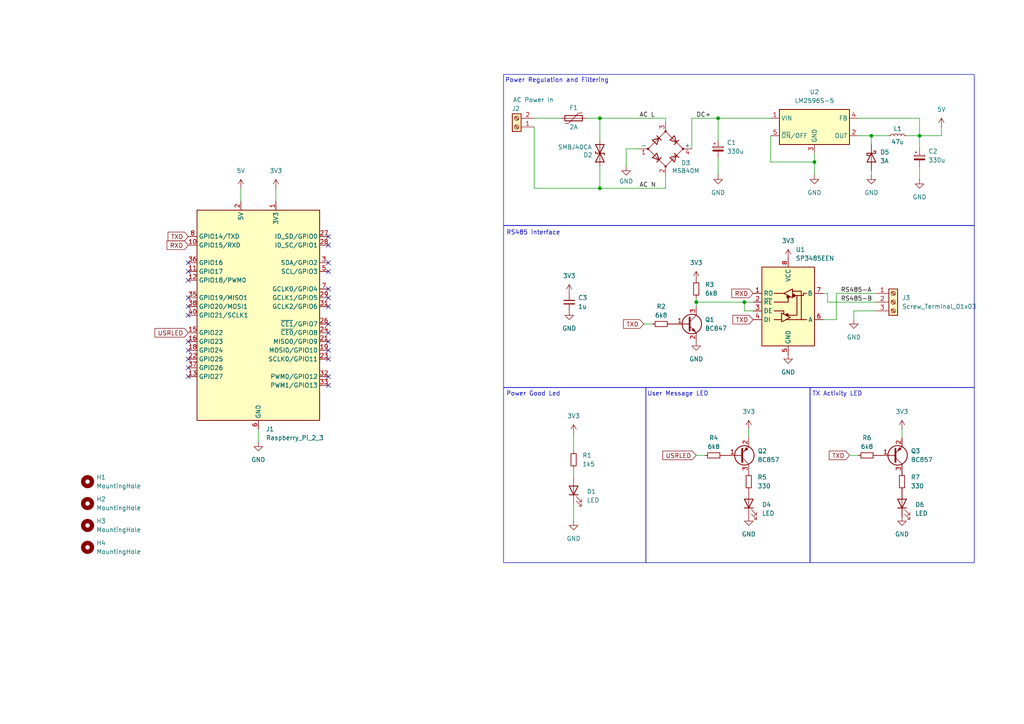
<source format=kicad_sch>
(kicad_sch (version 20231120) (generator "eeschema") (generator_version "8.0")
  (paper "A4")
  (title_block (title "Raspberry 485 Power Hat") (date "2024-03-03") (rev "2.0") (company "Provvedo LLC") (comment 1 "Stefano Bertelli") (comment 2 "bartei81@gmail.com"))
  (lib_symbols
    (symbol "Connector:Raspberry_Pi_2_3"
      (property "Reference" "J" (at -17.78 31.75 0))
      (property "Value" "Raspberry_Pi_2_3" (at 10.16 -31.75 0))
      (symbol "Raspberry_Pi_2_3_0_1"
        (rectangle (start -17.78 30.48) (end 17.78 -30.48) (stroke (width 0.254)) (fill (type background)))
      )
      (symbol "Raspberry_Pi_2_3_1_1"
        (pin power_in line (at 5.08 33.02 270) (length 2.54) (name "3V3") (number "1"))
        (pin bidirectional line (at -20.32 20.32 0) (length 2.54) (name "GPIO15/RXD") (number "10"))
        (pin bidirectional line (at -20.32 12.7 0) (length 2.54) (name "GPIO17") (number "11"))
        (pin bidirectional line (at -20.32 10.16 0) (length 2.54) (name "GPIO18/PWM0") (number "12"))
        (pin bidirectional line (at -20.32 -17.78 0) (length 2.54) (name "GPIO27") (number "13"))
        (pin passive line (at 0 -33.02 90) (length 2.54) hide (name "GND") (number "14"))
        (pin bidirectional line (at -20.32 -5.08 0) (length 2.54) (name "GPIO22") (number "15"))
        (pin bidirectional line (at -20.32 -7.62 0) (length 2.54) (name "GPIO23") (number "16"))
        (pin passive line (at 5.08 33.02 270) (length 2.54) hide (name "3V3") (number "17"))
        (pin bidirectional line (at -20.32 -10.16 0) (length 2.54) (name "GPIO24") (number "18"))
        (pin bidirectional line (at 20.32 -10.16 180) (length 2.54) (name "MOSI0/GPIO10") (number "19"))
        (pin power_in line (at -5.08 33.02 270) (length 2.54) (name "5V") (number "2"))
        (pin passive line (at 0 -33.02 90) (length 2.54) hide (name "GND") (number "20"))
        (pin bidirectional line (at 20.32 -7.62 180) (length 2.54) (name "MISO0/GPIO9") (number "21"))
        (pin bidirectional line (at -20.32 -12.7 0) (length 2.54) (name "GPIO25") (number "22"))
        (pin bidirectional line (at 20.32 -12.7 180) (length 2.54) (name "SCLK0/GPIO11") (number "23"))
        (pin bidirectional line (at 20.32 -5.08 180) (length 2.54) (name "~{CE0}/GPIO8") (number "24"))
        (pin passive line (at 0 -33.02 90) (length 2.54) hide (name "GND") (number "25"))
        (pin bidirectional line (at 20.32 -2.54 180) (length 2.54) (name "~{CE1}/GPIO7") (number "26"))
        (pin bidirectional line (at 20.32 22.86 180) (length 2.54) (name "ID_SD/GPIO0") (number "27"))
        (pin bidirectional line (at 20.32 20.32 180) (length 2.54) (name "ID_SC/GPIO1") (number "28"))
        (pin bidirectional line (at 20.32 5.08 180) (length 2.54) (name "GCLK1/GPIO5") (number "29"))
        (pin bidirectional line (at 20.32 15.24 180) (length 2.54) (name "SDA/GPIO2") (number "3"))
        (pin passive line (at 0 -33.02 90) (length 2.54) hide (name "GND") (number "30"))
        (pin bidirectional line (at 20.32 2.54 180) (length 2.54) (name "GCLK2/GPIO6") (number "31"))
        (pin bidirectional line (at 20.32 -17.78 180) (length 2.54) (name "PWM0/GPIO12") (number "32"))
        (pin bidirectional line (at 20.32 -20.32 180) (length 2.54) (name "PWM1/GPIO13") (number "33"))
        (pin passive line (at 0 -33.02 90) (length 2.54) hide (name "GND") (number "34"))
        (pin bidirectional line (at -20.32 5.08 0) (length 2.54) (name "GPIO19/MISO1") (number "35"))
        (pin bidirectional line (at -20.32 15.24 0) (length 2.54) (name "GPIO16") (number "36"))
        (pin bidirectional line (at -20.32 -15.24 0) (length 2.54) (name "GPIO26") (number "37"))
        (pin bidirectional line (at -20.32 2.54 0) (length 2.54) (name "GPIO20/MOSI1") (number "38"))
        (pin passive line (at 0 -33.02 90) (length 2.54) hide (name "GND") (number "39"))
        (pin passive line (at -5.08 33.02 270) (length 2.54) hide (name "5V") (number "4"))
        (pin bidirectional line (at -20.32 0 0) (length 2.54) (name "GPIO21/SCLK1") (number "40"))
        (pin bidirectional line (at 20.32 12.7 180) (length 2.54) (name "SCL/GPIO3") (number "5"))
        (pin power_in line (at 0 -33.02 90) (length 2.54) (name "GND") (number "6"))
        (pin bidirectional line (at 20.32 7.62 180) (length 2.54) (name "GCLK0/GPIO4") (number "7"))
        (pin bidirectional line (at -20.32 22.86 0) (length 2.54) (name "GPIO14/TXD") (number "8"))
        (pin passive line (at 0 -33.02 90) (length 2.54) hide (name "GND") (number "9"))
      )
    )
    (symbol "Connector:Screw_Terminal_01x02" (pin_names (offset 1.016) hide)
      (property "Reference" "J" (at 0 2.54 0))
      (property "Value" "Screw_Terminal_01x02" (at 0 -5.08 0))
      (symbol "Screw_Terminal_01x02_1_1"
        (rectangle (start -1.27 1.27) (end 1.27 -3.81) (stroke (width 0.254)) (fill (type background)))
        (circle (center 0 -2.54) (radius 0.635) (stroke (width 0.1524)))
        (polyline (pts (xy -0.5334 -2.2098) (xy 0.3302 -3.048)) (stroke (width 0.1524)))
        (polyline (pts (xy -0.5334 0.3302) (xy 0.3302 -0.508)) (stroke (width 0.1524)))
        (polyline (pts (xy -0.3556 -2.032) (xy 0.508 -2.8702)) (stroke (width 0.1524)))
        (polyline (pts (xy -0.3556 0.508) (xy 0.508 -0.3302)) (stroke (width 0.1524)))
        (circle (center 0 0) (radius 0.635) (stroke (width 0.1524)))
        (pin passive line (at -5.08 0 0) (length 3.81) (name "Pin_1") (number "1"))
        (pin passive line (at -5.08 -2.54 0) (length 3.81) (name "Pin_2") (number "2"))
      )
    )
    (symbol "Connector:Screw_Terminal_01x03" (pin_names (offset 1.016) hide)
      (property "Reference" "J" (at 0 5.08 0))
      (property "Value" "Screw_Terminal_01x03" (at 0 -5.08 0))
      (symbol "Screw_Terminal_01x03_1_1"
        (rectangle (start -1.27 3.81) (end 1.27 -3.81) (stroke (width 0.254)) (fill (type background)))
        (circle (center 0 -2.54) (radius 0.635) (stroke (width 0.1524)))
        (polyline (pts (xy -0.5334 -2.2098) (xy 0.3302 -3.048)) (stroke (width 0.1524)))
        (polyline (pts (xy -0.5334 0.3302) (xy 0.3302 -0.508)) (stroke (width 0.1524)))
        (polyline (pts (xy -0.5334 2.8702) (xy 0.3302 2.032)) (stroke (width 0.1524)))
        (polyline (pts (xy -0.3556 -2.032) (xy 0.508 -2.8702)) (stroke (width 0.1524)))
        (polyline (pts (xy -0.3556 0.508) (xy 0.508 -0.3302)) (stroke (width 0.1524)))
        (polyline (pts (xy -0.3556 3.048) (xy 0.508 2.2098)) (stroke (width 0.1524)))
        (circle (center 0 0) (radius 0.635) (stroke (width 0.1524)))
        (circle (center 0 2.54) (radius 0.635) (stroke (width 0.1524)))
        (pin passive line (at -5.08 2.54 0) (length 3.81) (name "Pin_1") (number "1"))
        (pin passive line (at -5.08 0 0) (length 3.81) (name "Pin_2") (number "2"))
        (pin passive line (at -5.08 -2.54 0) (length 3.81) (name "Pin_3") (number "3"))
      )
    )
    (symbol "Device:C_Polarized_Small" (pin_numbers hide) (pin_names (offset 0.254) hide)
      (property "Reference" "C" (at 0.254 1.778 0))
      (property "Value" "C_Polarized_Small" (at 0.254 -2.032 0))
      (symbol "C_Polarized_Small_0_1"
        (rectangle (start -1.524 -0.3048) (end 1.524 -0.6858) (fill (type outline)))
        (rectangle (start -1.524 0.6858) (end 1.524 0.3048))
        (polyline (pts (xy -1.27 1.524) (xy -0.762 1.524)))
        (polyline (pts (xy -1.016 1.27) (xy -1.016 1.778)))
      )
      (symbol "C_Polarized_Small_1_1"
        (pin passive line (at 0 2.54 270) (length 1.8542) (name "~") (number "1"))
        (pin passive line (at 0 -2.54 90) (length 1.8542) (name "~") (number "2"))
      )
    )
    (symbol "Device:C_Small" (pin_numbers hide) (pin_names (offset 0.254) hide)
      (property "Reference" "C" (at 0.254 1.778 0))
      (property "Value" "C_Small" (at 0.254 -2.032 0))
      (symbol "C_Small_0_1"
        (polyline (pts (xy -1.524 -0.508) (xy 1.524 -0.508)) (stroke (width 0.3302)))
        (polyline (pts (xy -1.524 0.508) (xy 1.524 0.508)) (stroke (width 0.3048)))
      )
      (symbol "C_Small_1_1"
        (pin passive line (at 0 2.54 270) (length 2.032) (name "~") (number "1"))
        (pin passive line (at 0 -2.54 90) (length 2.032) (name "~") (number "2"))
      )
    )
    (symbol "Device:D_Bridge_+A-A" (pin_names (offset 0))
      (property "Reference" "D3" (at 5.842 -4.064 0))
      (property "Value" "4A" (at 5.842 -6.35 0))
      (symbol "D_Bridge_+A-A_0_1"
        (circle (center -5.08 0) (radius 0.254) (fill (type outline)))
        (circle (center 0 -5.08) (radius 0.254) (fill (type outline)))
        (polyline (pts (xy -2.54 3.81) (xy -1.27 2.54)) (stroke (width 0.254)))
        (polyline (pts (xy -1.27 -2.54) (xy -2.54 -3.81)) (stroke (width 0.254)))
        (polyline (pts (xy 2.54 -1.27) (xy 3.81 -2.54)) (stroke (width 0.254)))
        (polyline (pts (xy 2.54 1.27) (xy 3.81 2.54)) (stroke (width 0.254)))
        (polyline (pts (xy -3.81 2.54) (xy -2.54 1.27) (xy -1.905 3.175) (xy -3.81 2.54)) (stroke (width 0.254)))
        (polyline (pts (xy -2.54 -1.27) (xy -3.81 -2.54) (xy -1.905 -3.175) (xy -2.54 -1.27)) (stroke (width 0.254)))
        (polyline (pts (xy 1.27 2.54) (xy 2.54 3.81) (xy 3.175 1.905) (xy 1.27 2.54)) (stroke (width 0.254)))
        (polyline (pts (xy 3.175 -1.905) (xy 1.27 -2.54) (xy 2.54 -3.81) (xy 3.175 -1.905)) (stroke (width 0.254)))
        (polyline (pts (xy -5.08 0) (xy 0 -5.08) (xy 5.08 0) (xy 0 5.08) (xy -5.08 0)))
        (circle (center 0 5.08) (radius 0.254) (fill (type outline)))
        (circle (center 5.08 0) (radius 0.254) (fill (type outline)))
      )
      (symbol "D_Bridge_+A-A_1_1"
        (pin passive line (at -7.62 0 0) (length 2.54) (name "-") (number "1"))
        (pin passive line (at 0 -7.62 90) (length 2.54) (name "~") (number "2"))
        (pin passive line (at 0 7.62 270) (length 2.54) (name "~") (number "3"))
        (pin passive line (at 7.62 0 180) (length 2.54) (name "+") (number "4"))
      )
    )
    (symbol "Device:D_Schottky" (pin_numbers hide) (pin_names (offset 1.016) hide)
      (property "Reference" "D" (at 0 2.54 0))
      (property "Value" "D_Schottky" (at 0 -2.54 0))
      (symbol "D_Schottky_0_1"
        (polyline (pts (xy 1.27 0) (xy -1.27 0)))
        (polyline (pts (xy 1.27 1.27) (xy 1.27 -1.27) (xy -1.27 0) (xy 1.27 1.27)) (stroke (width 0.254)))
        (polyline (pts (xy -1.905 0.635) (xy -1.905 1.27) (xy -1.27 1.27) (xy -1.27 -1.27) (xy -0.635 -1.27) (xy -0.635 -0.635)) (stroke (width 0.254)))
      )
      (symbol "D_Schottky_1_1"
        (pin passive line (at -3.81 0 0) (length 2.54) (name "K") (number "1"))
        (pin passive line (at 3.81 0 180) (length 2.54) (name "A") (number "2"))
      )
    )
    (symbol "Device:D_TVS" (pin_numbers hide) (pin_names (offset 1.016) hide)
      (property "Reference" "D" (at 0 2.54 0))
      (property "Value" "D_TVS" (at 0 -2.54 0))
      (symbol "D_TVS_0_1"
        (polyline (pts (xy 1.27 0) (xy -1.27 0)))
        (polyline (pts (xy 0.508 1.27) (xy 0 1.27) (xy 0 -1.27) (xy -0.508 -1.27)) (stroke (width 0.254)))
        (polyline (pts (xy -2.54 1.27) (xy -2.54 -1.27) (xy 2.54 1.27) (xy 2.54 -1.27) (xy -2.54 1.27)) (stroke (width 0.254)))
      )
      (symbol "D_TVS_1_1"
        (pin passive line (at -3.81 0 0) (length 2.54) (name "A1") (number "1"))
        (pin passive line (at 3.81 0 180) (length 2.54) (name "A2") (number "2"))
      )
    )
    (symbol "Device:LED" (pin_numbers hide) (pin_names (offset 1.016) hide)
      (property "Reference" "D" (at 0 2.54 0))
      (property "Value" "LED" (at 0 -2.54 0))
      (symbol "LED_0_1"
        (polyline (pts (xy -1.27 -1.27) (xy -1.27 1.27)) (stroke (width 0.254)))
        (polyline (pts (xy -1.27 0) (xy 1.27 0)))
        (polyline (pts (xy 1.27 -1.27) (xy 1.27 1.27) (xy -1.27 0) (xy 1.27 -1.27)) (stroke (width 0.254)))
        (polyline (pts (xy -3.048 -0.762) (xy -4.572 -2.286) (xy -3.81 -2.286) (xy -4.572 -2.286) (xy -4.572 -1.524)))
        (polyline (pts (xy -1.778 -0.762) (xy -3.302 -2.286) (xy -2.54 -2.286) (xy -3.302 -2.286) (xy -3.302 -1.524)))
      )
      (symbol "LED_1_1"
        (pin passive line (at -3.81 0 0) (length 2.54) (name "K") (number "1"))
        (pin passive line (at 3.81 0 180) (length 2.54) (name "A") (number "2"))
      )
    )
    (symbol "Device:L_Small" (pin_numbers hide) (pin_names (offset 0.254) hide)
      (property "Reference" "L" (at 0.762 1.016 0))
      (property "Value" "L_Small" (at 0.762 -1.016 0))
      (symbol "L_Small_0_1"
        (arc (start 0 -2.032) (mid 0.5058 -1.524) (end 0 -1.016))
        (arc (start 0 -1.016) (mid 0.5058 -0.508) (end 0 0))
        (arc (start 0 0) (mid 0.5058 0.508) (end 0 1.016))
        (arc (start 0 1.016) (mid 0.5058 1.524) (end 0 2.032))
      )
      (symbol "L_Small_1_1"
        (pin passive line (at 0 2.54 270) (length 0.508) (name "~") (number "1"))
        (pin passive line (at 0 -2.54 90) (length 0.508) (name "~") (number "2"))
      )
    )
    (symbol "Device:Polyfuse" (pin_numbers hide) (pin_names (offset 0))
      (property "Reference" "F" (at -2.54 0 90))
      (property "Value" "Polyfuse" (at 2.54 0 90))
      (symbol "Polyfuse_0_1"
        (rectangle (start -0.762 2.54) (end 0.762 -2.54) (stroke (width 0.254)))
        (polyline (pts (xy 0 2.54) (xy 0 -2.54)))
        (polyline (pts (xy -1.524 2.54) (xy -1.524 1.524) (xy 1.524 -1.524) (xy 1.524 -2.54)))
      )
      (symbol "Polyfuse_1_1"
        (pin passive line (at 0 3.81 270) (length 1.27) (name "~") (number "1"))
        (pin passive line (at 0 -3.81 90) (length 1.27) (name "~") (number "2"))
      )
    )
    (symbol "Device:R_Small" (pin_numbers hide) (pin_names (offset 0.254) hide)
      (property "Reference" "R" (at 0.762 0.508 0))
      (property "Value" "R_Small" (at 0.762 -1.016 0))
      (symbol "R_Small_0_1"
        (rectangle (start -0.762 1.778) (end 0.762 -1.778) (stroke (width 0.2032)))
      )
      (symbol "R_Small_1_1"
        (pin passive line (at 0 2.54 270) (length 0.762) (name "~") (number "1"))
        (pin passive line (at 0 -2.54 90) (length 0.762) (name "~") (number "2"))
      )
    )
    (symbol "Interface_UART:MAX3485"
      (property "Reference" "U" (at -6.096 11.43 0))
      (property "Value" "MAX3485" (at 0.762 11.43 0))
      (symbol "MAX3485_0_1"
        (rectangle (start -7.62 10.16) (end 7.62 -12.7) (stroke (width 0.254)) (fill (type background)))
        (circle (center -0.3048 -3.683) (radius 0.3556) (stroke (width 0.254)) (fill (type outline)))
        (circle (center -0.0254 1.4986) (radius 0.3556) (stroke (width 0.254)) (fill (type outline)))
        (polyline (pts (xy -4.064 -5.08) (xy -1.905 -5.08)) (stroke (width 0.254)))
        (polyline (pts (xy -4.064 2.54) (xy -1.27 2.54)) (stroke (width 0.254)))
        (polyline (pts (xy -1.27 -3.2004) (xy -1.27 -3.4544)) (stroke (width 0.254)))
        (polyline (pts (xy -0.635 -5.08) (xy 5.334 -5.08)) (stroke (width 0.254)))
        (polyline (pts (xy -4.064 -2.54) (xy -1.27 -2.54) (xy -1.27 -3.175)) (stroke (width 0.254)))
        (polyline (pts (xy 0 1.27) (xy 0 0) (xy -4.064 0)) (stroke (width 0.254)))
        (polyline (pts (xy 1.27 3.175) (xy 3.81 3.175) (xy 3.81 -5.08)) (stroke (width 0.254)))
        (polyline (pts (xy 2.54 1.905) (xy 2.54 -3.81) (xy 0 -3.81)) (stroke (width 0.254)))
        (polyline (pts (xy -1.905 -3.175) (xy -1.905 -5.715) (xy 0.635 -4.445) (xy -1.905 -3.175)) (stroke (width 0.254)))
        (polyline (pts (xy -1.27 2.54) (xy 1.27 3.81) (xy 1.27 1.27) (xy -1.27 2.54)) (stroke (width 0.254)))
        (polyline (pts (xy 1.905 1.905) (xy 4.445 1.905) (xy 4.445 2.54) (xy 5.334 2.54)) (stroke (width 0.254)))
        (rectangle (start 1.27 3.175) (end 1.27 3.175))
        (circle (center 1.651 1.905) (radius 0.3556) (stroke (width 0.254)) (fill (type outline)))
      )
      (symbol "MAX3485_1_1"
        (pin output line (at -10.16 2.54 0) (length 2.54) (name "RO") (number "1"))
        (pin input line (at -10.16 0 0) (length 2.54) (name "~{RE}") (number "2"))
        (pin input line (at -10.16 -2.54 0) (length 2.54) (name "DE") (number "3"))
        (pin input line (at -10.16 -5.08 0) (length 2.54) (name "DI") (number "4"))
        (pin power_in line (at 0 -15.24 90) (length 2.54) (name "GND") (number "5"))
        (pin bidirectional line (at 10.16 -5.08 180) (length 2.54) (name "A") (number "6"))
        (pin bidirectional line (at 10.16 2.54 180) (length 2.54) (name "B") (number "7"))
        (pin power_in line (at 0 12.7 270) (length 2.54) (name "VCC") (number "8"))
      )
    )
    (symbol "Mechanical:MountingHole" (pin_names (offset 1.016))
      (property "Reference" "H" (at 0 5.08 0))
      (property "Value" "MountingHole" (at 0 3.175 0))
      (symbol "MountingHole_0_1"
        (circle (center 0 0) (radius 1.27) (stroke (width 1.27)))
      )
    )
    (symbol "Regulator_Switching:LM2596S-5"
      (property "Reference" "U" (at -10.16 6.35 0))
      (property "Value" "LM2596S-5" (at 0 6.35 0))
      (symbol "LM2596S-5_0_1"
        (rectangle (start -10.16 5.08) (end 10.16 -5.08) (stroke (width 0.254)) (fill (type background)))
      )
      (symbol "LM2596S-5_1_1"
        (pin power_in line (at -12.7 2.54 0) (length 2.54) (name "VIN") (number "1"))
        (pin output line (at 12.7 -2.54 180) (length 2.54) (name "OUT") (number "2"))
        (pin power_in line (at 0 -7.62 90) (length 2.54) (name "GND") (number "3"))
        (pin input line (at 12.7 2.54 180) (length 2.54) (name "FB") (number "4"))
        (pin input line (at -12.7 -2.54 0) (length 2.54) (name "~{ON}/OFF") (number "5"))
      )
    )
    (symbol "Transistor_BJT:BC847" (pin_names (offset 0) hide)
      (property "Reference" "Q" (at 5.08 1.905 0))
      (property "Value" "BC847" (at 5.08 0 0))
      (symbol "BC847_0_1"
        (polyline (pts (xy 0.635 0.635) (xy 2.54 2.54)))
        (polyline (pts (xy 0.635 -0.635) (xy 2.54 -2.54) (xy 2.54 -2.54)))
        (polyline (pts (xy 0.635 1.905) (xy 0.635 -1.905) (xy 0.635 -1.905)) (stroke (width 0.508)))
        (polyline (pts (xy 1.27 -1.778) (xy 1.778 -1.27) (xy 2.286 -2.286) (xy 1.27 -1.778) (xy 1.27 -1.778)) (fill (type outline)))
        (circle (center 1.27 0) (radius 2.8194) (stroke (width 0.254)))
      )
      (symbol "BC847_1_1"
        (pin input line (at -5.08 0 0) (length 5.715) (name "B") (number "1"))
        (pin passive line (at 2.54 -5.08 90) (length 2.54) (name "E") (number "2"))
        (pin passive line (at 2.54 5.08 270) (length 2.54) (name "C") (number "3"))
      )
    )
    (symbol "Transistor_BJT:BC857" (pin_names (offset 0) hide)
      (property "Reference" "Q" (at 5.08 1.905 0))
      (property "Value" "BC857" (at 5.08 0 0))
      (symbol "BC857_0_1"
        (polyline (pts (xy 0.635 0.635) (xy 2.54 2.54)))
        (polyline (pts (xy 0.635 -0.635) (xy 2.54 -2.54) (xy 2.54 -2.54)))
        (polyline (pts (xy 0.635 1.905) (xy 0.635 -1.905) (xy 0.635 -1.905)) (stroke (width 0.508)))
        (polyline (pts (xy 2.286 -1.778) (xy 1.778 -2.286) (xy 1.27 -1.27) (xy 2.286 -1.778) (xy 2.286 -1.778)) (fill (type outline)))
        (circle (center 1.27 0) (radius 2.8194) (stroke (width 0.254)))
      )
      (symbol "BC857_1_1"
        (pin input line (at -5.08 0 0) (length 5.715) (name "B") (number "1"))
        (pin passive line (at 2.54 -5.08 90) (length 2.54) (name "E") (number "2"))
        (pin passive line (at 2.54 5.08 270) (length 2.54) (name "C") (number "3"))
      )
    )
    (symbol "power:GND" (power) (pin_numbers hide) (pin_names (offset 0) hide)
      (property "Value" "GND" (at 0 -3.81 0))
      (symbol "GND_0_1"
        (polyline (pts (xy 0 0) (xy 0 -1.27) (xy 1.27 -1.27) (xy 0 -2.54) (xy -1.27 -1.27) (xy 0 -1.27)))
      )
      (symbol "GND_1_1"
        (pin power_in line (at 0 0 270) (length 0) (name "~") (number "1"))
      )
    )
    (symbol "power:VCC" (power) (pin_numbers hide) (pin_names (offset 0) hide)
      (property "Value" "VCC" (at 0 3.556 0))
      (symbol "VCC_0_1"
        (polyline (pts (xy -0.762 1.27) (xy 0 2.54)))
        (polyline (pts (xy 0 0) (xy 0 2.54)))
        (polyline (pts (xy 0 2.54) (xy 0.762 1.27)))
      )
      (symbol "VCC_1_1"
        (pin power_in line (at 0 0 90) (length 0) (name "~") (number "1"))
      )
    )
  )
  (junction (at 252.73 39.37))
  (junction (at 173.99 34.29))
  (junction (at 208.28 34.29))
  (junction (at 173.99 54.61))
  (junction (at 215.9 87.63))
  (junction (at 266.7 39.37))
  (junction (at 236.22 46.99))
  (junction (at 201.93 87.63))
  (no_connect (at 54.61 81.28))
  (no_connect (at 54.61 76.2))
  (no_connect (at 95.25 93.98))
  (no_connect (at 95.25 101.6))
  (no_connect (at 95.25 86.36))
  (no_connect (at 95.25 99.06))
  (no_connect (at 95.25 104.14))
  (no_connect (at 95.25 76.2))
  (no_connect (at 54.61 99.06))
  (no_connect (at 54.61 106.68))
  (no_connect (at 95.25 83.82))
  (no_connect (at 54.61 101.6))
  (no_connect (at 95.25 78.74))
  (no_connect (at 95.25 109.22))
  (no_connect (at 95.25 68.58))
  (no_connect (at 95.25 96.52))
  (no_connect (at 95.25 88.9))
  (no_connect (at 54.61 104.14))
  (no_connect (at 54.61 109.22))
  (no_connect (at 95.25 71.12))
  (no_connect (at 95.25 111.76))
  (no_connect (at 54.61 88.9))
  (no_connect (at 54.61 91.44))
  (no_connect (at 54.61 78.74))
  (no_connect (at 54.61 86.36))
  (wire (pts (xy 266.7 34.29) (xy 266.7 39.37)))
  (wire (pts (xy 238.76 92.71) (xy 242.57 92.71)))
  (wire (pts (xy 238.76 85.09) (xy 240.03 85.09)))
  (wire (pts (xy 215.9 87.63) (xy 215.9 90.17)))
  (wire (pts (xy 201.93 132.08) (xy 204.47 132.08)))
  (wire (pts (xy 273.05 39.37) (xy 266.7 39.37)))
  (wire (pts (xy 193.04 34.29) (xy 173.99 34.29)))
  (wire (pts (xy 201.93 87.63) (xy 201.93 88.9)))
  (wire (pts (xy 252.73 39.37) (xy 252.73 41.91)))
  (wire (pts (xy 154.94 54.61) (xy 173.99 54.61)))
  (wire (pts (xy 266.7 48.26) (xy 266.7 52.07)))
  (wire (pts (xy 252.73 49.53) (xy 252.73 50.8)))
  (wire (pts (xy 186.69 93.98) (xy 189.23 93.98)))
  (wire (pts (xy 69.85 54.61) (xy 69.85 58.42)))
  (wire (pts (xy 170.18 34.29) (xy 173.99 34.29)))
  (wire (pts (xy 193.04 35.56) (xy 193.04 34.29)))
  (wire (pts (xy 208.28 34.29) (xy 208.28 40.64)))
  (wire (pts (xy 201.93 87.63) (xy 215.9 87.63)))
  (wire (pts (xy 173.99 54.61) (xy 193.04 54.61)))
  (wire (pts (xy 74.93 124.46) (xy 74.93 128.27)))
  (wire (pts (xy 218.44 87.63) (xy 215.9 87.63)))
  (wire (pts (xy 266.7 39.37) (xy 266.7 43.18)))
  (wire (pts (xy 236.22 46.99) (xy 236.22 44.45)))
  (wire (pts (xy 154.94 36.83) (xy 154.94 54.61)))
  (wire (pts (xy 247.65 92.71) (xy 247.65 90.17)))
  (wire (pts (xy 240.03 87.63) (xy 254 87.63)))
  (wire (pts (xy 217.17 124.46) (xy 217.17 127)))
  (wire (pts (xy 266.7 39.37) (xy 262.89 39.37)))
  (wire (pts (xy 208.28 45.72) (xy 208.28 50.8)))
  (wire (pts (xy 223.52 46.99) (xy 236.22 46.99)))
  (wire (pts (xy 173.99 48.26) (xy 173.99 54.61)))
  (wire (pts (xy 181.61 43.18) (xy 185.42 43.18)))
  (wire (pts (xy 248.92 39.37) (xy 252.73 39.37)))
  (wire (pts (xy 273.05 36.83) (xy 273.05 39.37)))
  (wire (pts (xy 252.73 39.37) (xy 257.81 39.37)))
  (wire (pts (xy 261.62 124.46) (xy 261.62 127)))
  (wire (pts (xy 201.93 86.36) (xy 201.93 87.63)))
  (wire (pts (xy 166.37 125.73) (xy 166.37 130.81)))
  (wire (pts (xy 246.38 132.08) (xy 248.92 132.08)))
  (wire (pts (xy 166.37 135.89) (xy 166.37 138.43)))
  (wire (pts (xy 200.66 43.18) (xy 200.66 34.29)))
  (wire (pts (xy 240.03 85.09) (xy 240.03 87.63)))
  (wire (pts (xy 242.57 85.09) (xy 254 85.09)))
  (wire (pts (xy 154.94 34.29) (xy 162.56 34.29)))
  (wire (pts (xy 247.65 90.17) (xy 254 90.17)))
  (wire (pts (xy 208.28 34.29) (xy 223.52 34.29)))
  (wire (pts (xy 200.66 34.29) (xy 208.28 34.29)))
  (wire (pts (xy 193.04 50.8) (xy 193.04 54.61)))
  (wire (pts (xy 248.92 34.29) (xy 266.7 34.29)))
  (wire (pts (xy 242.57 85.09) (xy 242.57 92.71)))
  (wire (pts (xy 223.52 39.37) (xy 223.52 46.99)))
  (wire (pts (xy 173.99 34.29) (xy 173.99 40.64)))
  (wire (pts (xy 80.01 54.61) (xy 80.01 58.42)))
  (wire (pts (xy 166.37 146.05) (xy 166.37 151.13)))
  (wire (pts (xy 181.61 43.18) (xy 181.61 48.26)))
  (wire (pts (xy 236.22 46.99) (xy 236.22 50.8)))
  (wire (pts (xy 215.9 90.17) (xy 218.44 90.17)))
  (rectangle (start 187.325 112.395) (end 234.95 163.195))
  (rectangle (start 234.95 112.395) (end 282.575 163.195))
  (rectangle (start 146.05 112.395) (end 187.325 163.195))
  (rectangle (start 146.05 65.405) (end 282.575 112.395))
  (rectangle (start 146.05 21.59) (end 282.575 65.405))
  (text "Power Regulation and Filtering" (at 161.544 23.368 0) (effects (font (size 1.27 1.27))))
  (text "Power Good Led" (at 154.686 114.3 0) (effects (font (size 1.27 1.27))))
  (text "TX Activity LED\n" (at 242.824 114.3 0) (effects (font (size 1.27 1.27))))
  (text "RS485 Interface" (at 154.686 67.564 0) (effects (font (size 1.27 1.27))))
  (text "User Message LED" (at 196.596 114.3 0) (effects (font (size 1.27 1.27))))
  (label "RS485-B" (at 243.84 87.63 0))
  (label "DC+" (at 201.93 34.29 0))
  (label "AC N" (at 185.42 54.61 0))
  (label "AC L" (at 185.42 34.29 0))
  (label "RS485-A" (at 243.84 85.09 0))
  (global_label "TXD" (shape input) (at 246.38 132.08 180) (property "Intersheetrefs" "${INTERSHEET_REFS}" (effects (hide yes))))
  (global_label "RXD" (shape input) (at 54.61 71.12 180) (property "Intersheetrefs" "${INTERSHEET_REFS}" (effects (hide yes))))
  (global_label "TXD" (shape input) (at 54.61 68.58 180) (property "Intersheetrefs" "${INTERSHEET_REFS}" (effects (hide yes))))
  (global_label "TXD" (shape input) (at 186.69 93.98 180) (property "Intersheetrefs" "${INTERSHEET_REFS}" (effects (hide yes))))
  (global_label "USRLED" (shape input) (at 201.93 132.08 180) (property "Intersheetrefs" "${INTERSHEET_REFS}" (effects (hide yes))))
  (global_label "TXD" (shape input) (at 218.44 92.71 180) (property "Intersheetrefs" "${INTERSHEET_REFS}" (effects (hide yes))))
  (global_label "USRLED" (shape input) (at 54.61 96.52 180) (property "Intersheetrefs" "${INTERSHEET_REFS}" (effects (hide yes))))
  (global_label "RXD" (shape input) (at 218.44 85.09 180) (property "Intersheetrefs" "${INTERSHEET_REFS}" (effects (hide yes))))
  (symbol (lib_id "Device:D_TVS") (at 173.99 44.45 90) (unit 1)
    (property "Reference" "D2" (at 169.164 44.958 90) (effects (justify right)))
    (property "Value" "SMBJ40CA" (at 161.798 42.672 90) (effects (justify right)))
    (property "Footprint" "Diode_SMD:D_SMC" (effects (hide yes)))
    (property "Description" "30V 33.3V 48.4V 12.4A SMB Electrostatic and Surge Protection (TVS/ESD) ROHS" (effects (hide yes)))
    (property "CODE" "SMBJ40CA" (effects (hide yes)))
    (property "LCSC" "C84730" (effects (hide yes)))
  )
  (symbol (lib_id "power:VCC") (at 166.37 125.73 0) (unit 1)
    (property "Reference" "#PWR04" (effects (hide yes)))
    (property "Value" "3V3" (at 166.37 120.65 0))
    (property "Description" "Power symbol creates a global label with name \"VCC\"" (effects (hide yes)))
  )
  (symbol (lib_id "power:VCC") (at 228.6 74.93 0) (unit 1)
    (property "Reference" "#PWR012" (effects (hide yes)))
    (property "Value" "3V3" (at 228.6 69.85 0))
    (property "Description" "Power symbol creates a global label with name \"VCC\"" (effects (hide yes)))
  )
  (symbol (lib_id "Device:R_Small") (at 166.37 133.35 180) (unit 1)
    (property "Reference" "R1" (at 168.91 132.0799 0) (effects (justify right)))
    (property "Value" "1k5" (at 168.91 134.6199 0) (effects (justify right)))
    (property "Footprint" "Resistor_SMD:R_0805_2012Metric" (effects (hide yes)))
    (property "Description" "  125mW Thick Film Resistors 150V ±100ppm/℃ ±1% 1.5kΩ 0805 Chip Resistor - Surface Mount ROHS" (effects (hide yes)))
    (property "CODE" "0805W8F1501T5E" (effects (hide yes)))
    (property "LCSC" "C4310" (effects (hide yes)))
  )
  (symbol (lib_id "Transistor_BJT:BC847") (at 199.39 93.98 0) (unit 1)
    (property "Reference" "Q1" (at 204.47 92.7099 0) (effects (justify left)))
    (property "Value" "BC847" (at 204.47 95.2499 0) (effects (justify left)))
    (property "Footprint" "Package_TO_SOT_SMD:SOT-23" (effects (hide yes)))
    (property "Datasheet" "http://www.infineon.com/dgdl/Infineon-BC847SERIES_BC848SERIES_BC849SERIES_BC850SERIES-DS-v01_01-en.pdf?fileId=db3a304314dca389011541d4630a1657" (effects (hide yes)))
    (property "Description" "0.1A Ic, 45V Vce, NPN Transistor, SOT-23" (effects (hide yes)))
    (property "CODE" "BC847B" (effects (hide yes)))
    (property "LCSC" "C181140" (effects (hide yes)))
  )
  (symbol (lib_id "Device:D_Bridge_+A-A") (at 193.04 43.18 0) (unit 1)
    (property "Reference" "D3" (at 198.882 47.244 0))
    (property "Value" "MSB40M" (at 198.882 49.53 0))
    (property "Footprint" "Diode_SMD:Diode_Bridge_Bourns_CD-DF4xxS" (effects (hide yes)))
    (property "Description" "4A 1.1V@4A 4A 1kV UMSB Bridge Rectifiers ROHS" (effects (hide yes)))
    (property "LCSC" "C2985033" (effects (hide yes)))
    (property "CODE" "MSB40M" (effects (hide yes)))
  )
  (symbol (lib_id "Transistor_BJT:BC857") (at 259.08 132.08 0) (mirror x) (unit 1)
    (property "Reference" "Q3" (at 264.16 130.8099 0) (effects (justify left)))
    (property "Value" "BC857" (at 264.16 133.3499 0) (effects (justify left)))
    (property "Footprint" "Package_TO_SOT_SMD:SOT-23" (effects (hide yes)))
    (property "Datasheet" "https://www.onsemi.com/pub/Collateral/BC860-D.pdf" (effects (hide yes)))
    (property "Description" "0.1A Ic, 45V Vce, PNP Transistor, SOT-23" (effects (hide yes)))
    (property "CODE" "BC857C,215" (effects (hide yes)))
    (property "LCSC" "C8666" (effects (hide yes)))
  )
  (symbol (lib_id "Transistor_BJT:BC857") (at 214.63 132.08 0) (mirror x) (unit 1)
    (property "Reference" "Q2" (at 219.71 130.8099 0) (effects (justify left)))
    (property "Value" "BC857" (at 219.71 133.3499 0) (effects (justify left)))
    (property "Footprint" "Package_TO_SOT_SMD:SOT-23" (effects (hide yes)))
    (property "Datasheet" "https://www.onsemi.com/pub/Collateral/BC860-D.pdf" (effects (hide yes)))
    (property "Description" "0.1A Ic, 45V Vce, PNP Transistor, SOT-23" (effects (hide yes)))
    (property "CODE" "BC857C,215" (effects (hide yes)))
    (property "LCSC" "C8666" (effects (hide yes)))
  )
  (symbol (lib_id "power:VCC") (at 273.05 36.83 0) (unit 1)
    (property "Reference" "#PWR020" (effects (hide yes)))
    (property "Value" "5V" (at 273.05 31.75 0))
    (property "Description" "Power symbol creates a global label with name \"VCC\"" (effects (hide yes)))
  )
  (symbol (lib_id "Mechanical:MountingHole") (at 25.4 139.7 0) (unit 1)
    (property "Reference" "H1" (at 27.94 138.4299 0) (effects (justify left)))
    (property "Value" "MountingHole" (at 27.94 140.9699 0) (effects (justify left)))
    (property "Footprint" "MountingHole:MountingHole_2.7mm_M2.5" (effects (hide yes)))
    (property "Description" "Mounting Hole without connection" (effects (hide yes)))
  )
  (symbol (lib_id "Device:Polyfuse") (at 166.37 34.29 90) (unit 1)
    (property "Reference" "F1" (at 166.37 31.242 90))
    (property "Value" "2A" (at 166.37 36.83 90))
    (property "Footprint" "Fuse:Fuse_1812_4532Metric" (effects (hide yes)))
    (property "Description" "30V 40A 2A 4A 1812 Resettable Fuses ROHS" (effects (hide yes)))
    (property "CODE" "BSMD1812-200-30V" (effects (hide yes)))
    (property "LCSC" "C960026" (effects (hide yes)))
  )
  (symbol (lib_id "Device:C_Small") (at 165.1 87.63 0) (unit 1)
    (property "Reference" "C3" (at 167.64 86.3662 0) (effects (justify left)))
    (property "Value" "1u" (at 167.64 88.9062 0) (effects (justify left)))
    (property "Footprint" "Capacitor_SMD:C_0805_2012Metric" (effects (hide yes)))
    (property "Description" "16V 1uF X7R ±10% 0805 Multilayer Ceramic Capacitors MLCC - SMD/SMT ROHS" (effects (hide yes)))
    (property "LCSC" "C24123" (effects (hide yes)))
  )
  (symbol (lib_id "Device:D_Schottky") (at 252.73 45.72 270) (unit 1)
    (property "Reference" "D5" (at 255.27 44.1324 90) (effects (justify left)))
    (property "Value" "3A" (at 255.27 46.6724 90) (effects (justify left)))
    (property "Footprint" "Diode_SMD:D_SMA" (effects (hide yes)))
    (property "Description" "40V Single 3A 550mV@3A SMA(DO-214AC) Schottky Barrier Diodes (SBD) ROHS" (effects (hide yes)))
    (property "LCSC" "C8678" (effects (hide yes)))
    (property "CODE" "SS34" (effects (hide yes)))
  )
  (symbol (lib_id "Device:C_Polarized_Small") (at 208.28 43.18 0) (unit 1)
    (property "Reference" "C1" (at 210.82 41.3638 0) (effects (justify left)))
    (property "Value" "330u" (at 210.82 43.9038 0) (effects (justify left)))
    (property "Footprint" "Capacitor_SMD:CP_Elec_10x12.6" (effects (hide yes)))
    (property "Description" " 330uF 35V 637.5mA@120Hz ±20% SMD,D10xL10.2mm Aluminum Electrolytic Capacitors - SMD ROHS" (effects (hide yes)))
    (property "LCSC" "C128512" (effects (hide yes)))
    (property "CODE" "EEEFK1V331P" (effects (hide yes)))
  )
  (symbol (lib_id "Device:LED") (at 166.37 142.24 90) (unit 1)
    (property "Reference" "D1" (at 170.18 142.5574 90) (effects (justify right)))
    (property "Value" "LED" (at 170.18 145.0974 90) (effects (justify right)))
    (property "Footprint" "Diode_SMD:D_0603_1608Metric" (effects (hide yes)))
    (property "Description" "Positive post 617nm~621nm Red 120° 55mW 0603 Light Emitting Diodes (LED) ROHS" (effects (hide yes)))
    (property "CODE" "XL-1608SURC-06 " (effects (hide yes)))
    (property "LCSC" "C965799" (effects (hide yes)))
  )
  (symbol (lib_id "Device:LED") (at 217.17 146.05 90) (unit 1)
    (property "Reference" "D4" (at 220.98 146.3674 90) (effects (justify right)))
    (property "Value" "LED" (at 220.98 148.9074 90) (effects (justify right)))
    (property "Footprint" "Diode_SMD:D_0603_1608Metric" (effects (hide yes)))
    (property "Description" "Positive post 617nm~621nm Red 120° 55mW 0603 Light Emitting Diodes (LED) ROHS" (effects (hide yes)))
    (property "CODE" "XL-1608SURC-06 " (effects (hide yes)))
    (property "LCSC" "C965799" (effects (hide yes)))
  )
  (symbol (lib_id "power:VCC") (at 165.1 85.09 0) (unit 1)
    (property "Reference" "#PWR022" (effects (hide yes)))
    (property "Value" "3V3" (at 165.1 80.01 0))
    (property "Description" "Power symbol creates a global label with name \"VCC\"" (effects (hide yes)))
  )
  (symbol (lib_id "power:GND") (at 266.7 52.07 0) (unit 1)
    (property "Reference" "#PWR019" (effects (hide yes)))
    (property "Value" "GND" (at 266.7 57.15 0))
    (property "Description" "Power symbol creates a global label with name \"GND\" , ground" (effects (hide yes)))
  )
  (symbol (lib_id "Device:R_Small") (at 261.62 139.7 180) (unit 1)
    (property "Reference" "R7" (at 264.16 138.4299 0) (effects (justify right)))
    (property "Value" "330" (at 264.16 140.9699 0) (effects (justify right)))
    (property "Footprint" "Resistor_SMD:R_0805_2012Metric" (effects (hide yes)))
    (property "Description" "125mW Thick Film Resistors 150V ±100ppm/℃ ±1% 330Ω 0805 Chip Resistor - Surface Mount ROHS " (effects (hide yes)))
    (property "CODE" "0805W8F3300T5E" (effects (hide yes)))
    (property "LCSC" "C17630" (effects (hide yes)))
  )
  (symbol (lib_id "power:GND") (at 165.1 90.17 0) (unit 1)
    (property "Reference" "#PWR021" (effects (hide yes)))
    (property "Value" "GND" (at 165.1 95.25 0))
    (property "Description" "Power symbol creates a global label with name \"GND\" , ground" (effects (hide yes)))
  )
  (symbol (lib_id "power:GND") (at 181.61 48.26 0) (unit 1)
    (property "Reference" "#PWR06" (effects (hide yes)))
    (property "Value" "GND" (at 181.61 52.578 0))
    (property "Description" "Power symbol creates a global label with name \"GND\" , ground" (effects (hide yes)))
  )
  (symbol (lib_id "Device:R_Small") (at 191.77 93.98 90) (unit 1)
    (property "Reference" "R2" (at 191.77 88.9 90))
    (property "Value" "6k8" (at 191.77 91.44 90))
    (property "Footprint" "Resistor_SMD:R_0805_2012Metric" (effects (hide yes)))
    (property "Description" "125mW Thick Film Resistors 150V ±100ppm/℃ ±1% 6.8kΩ 0805 Chip Resistor - Surface Mount ROHS" (effects (hide yes)))
    (property "CODE" "0805W8F6801T5E" (effects (hide yes)))
    (property "LCSC" "C17772" (effects (hide yes)))
  )
  (symbol (lib_id "power:GND") (at 236.22 50.8 0) (unit 1)
    (property "Reference" "#PWR014" (effects (hide yes)))
    (property "Value" "GND" (at 236.22 55.88 0))
    (property "Description" "Power symbol creates a global label with name \"GND\" , ground" (effects (hide yes)))
  )
  (symbol (lib_id "Device:R_Small") (at 207.01 132.08 90) (unit 1)
    (property "Reference" "R4" (at 207.01 127 90))
    (property "Value" "6k8" (at 207.01 129.54 90))
    (property "Footprint" "Resistor_SMD:R_0805_2012Metric" (effects (hide yes)))
    (property "Description" "125mW Thick Film Resistors 150V ±100ppm/℃ ±1% 6.8kΩ 0805 Chip Resistor - Surface Mount ROHS" (effects (hide yes)))
    (property "CODE" "0805W8F6801T5E" (effects (hide yes)))
    (property "LCSC" "C17772" (effects (hide yes)))
  )
  (symbol (lib_id "Regulator_Switching:LM2596S-5") (at 236.22 36.83 0) (unit 1)
    (property "Reference" "U2" (at 236.22 26.67 0))
    (property "Value" "LM2596S-5" (at 236.22 29.21 0))
    (property "Footprint" "Package_TO_SOT_SMD:TO-263-5_TabPin3" (effects (hide yes)))
    (property "Datasheet" "http://www.ti.com/lit/ds/symlink/lm2596.pdf" (effects (hide yes)))
    (property "Description" "5V 3A Step-Down Voltage Regulator, TO-263" (effects (hide yes)))
    (property "CODE" "LM2596S-5.0" (effects (hide yes)))
    (property "LCSC" "C347421" (effects (hide yes)))
  )
  (symbol (lib_id "power:GND") (at 208.28 50.8 0) (unit 1)
    (property "Reference" "#PWR09" (effects (hide yes)))
    (property "Value" "GND" (at 208.28 55.88 0))
    (property "Description" "Power symbol creates a global label with name \"GND\" , ground" (effects (hide yes)))
  )
  (symbol (lib_id "Connector:Screw_Terminal_01x03") (at 259.08 87.63 0) (unit 1)
    (property "Reference" "J3" (at 261.62 86.3599 0) (effects (justify left)))
    (property "Value" "Screw_Terminal_01x03" (at 261.62 88.8999 0) (effects (justify left)))
    (property "Footprint" "TerminalBlock_Phoenix:TerminalBlock_Phoenix_MKDS-1,5-3-5.08_1x03_P5.08mm_Horizontal" (effects (hide yes)))
    (property "Description" "Generic screw terminal, single row, 01x03, script generated (kicad-library-utils/schlib/autogen/connector/)" (effects (hide yes)))
  )
  (symbol (lib_id "Device:L_Small") (at 260.35 39.37 90) (unit 1)
    (property "Reference" "L1" (at 260.35 37.338 90))
    (property "Value" "47u" (at 260.35 41.148 90))
    (property "Footprint" "Inductor_SMD:L_Sunlord_SWRB1207S" (effects (hide yes)))
    (property "Description" "2.5A 47uH ±20% 100mΩ SMD,12.3x12.3mm Inductors (SMD) ROHS" (effects (hide yes)))
    (property "CODE" "CYH127-47UH" (effects (hide yes)))
    (property "LCSC" "C2929503" (effects (hide yes)))
  )
  (symbol (lib_id "Connector:Screw_Terminal_01x02") (at 149.86 36.83 180) (unit 1)
    (property "Reference" "J2" (at 149.606 31.496 0))
    (property "Value" "AC Power In" (at 154.686 28.956 0))
    (property "Footprint" "TerminalBlock_Phoenix:TerminalBlock_Phoenix_MKDS-1,5-2-5.08_1x02_P5.08mm_Horizontal" (effects (hide yes)))
    (property "Description" "Generic screw terminal, single row, 01x02, script generated (kicad-library-utils/schlib/autogen/connector/)" (effects (hide yes)))
  )
  (symbol (lib_id "Device:R_Small") (at 217.17 139.7 180) (unit 1)
    (property "Reference" "R5" (at 219.71 138.4299 0) (effects (justify right)))
    (property "Value" "330" (at 219.71 140.9699 0) (effects (justify right)))
    (property "Footprint" "Resistor_SMD:R_0805_2012Metric" (effects (hide yes)))
    (property "Description" "125mW Thick Film Resistors 150V ±100ppm/℃ ±1% 330Ω 0805 Chip Resistor - Surface Mount ROHS " (effects (hide yes)))
    (property "CODE" "0805W8F3300T5E" (effects (hide yes)))
    (property "LCSC" "C17630" (effects (hide yes)))
  )
  (symbol (lib_id "Device:C_Polarized_Small") (at 266.7 45.72 0) (unit 1)
    (property "Reference" "C2" (at 269.24 43.9038 0) (effects (justify left)))
    (property "Value" "330u" (at 269.24 46.4438 0) (effects (justify left)))
    (property "Footprint" "Capacitor_SMD:CP_Elec_10x12.6" (effects (hide yes)))
    (property "Description" " 330uF 35V 637.5mA@120Hz ±20% SMD,D10xL10.2mm Aluminum Electrolytic Capacitors - SMD ROHS" (effects (hide yes)))
    (property "LCSC" "C128512" (effects (hide yes)))
    (property "CODE" "EEEFK1V331P" (effects (hide yes)))
  )
  (symbol (lib_id "Mechanical:MountingHole") (at 25.4 158.75 0) (unit 1)
    (property "Reference" "H4" (at 27.94 157.4799 0) (effects (justify left)))
    (property "Value" "MountingHole" (at 27.94 160.0199 0) (effects (justify left)))
    (property "Footprint" "MountingHole:MountingHole_2.7mm_M2.5" (effects (hide yes)))
    (property "Description" "Mounting Hole without connection" (effects (hide yes)))
  )
  (symbol (lib_id "Connector:Raspberry_Pi_2_3") (at 74.93 91.44 0) (unit 1)
    (property "Reference" "J1" (at 77.1241 124.46 0) (effects (justify left)))
    (property "Value" "Raspberry_Pi_2_3" (at 77.1241 127 0) (effects (justify left)))
    (property "Footprint" "Connector_PinHeader_2.54mm:PinHeader_2x20_P2.54mm_Vertical" (effects (hide yes)))
    (property "Datasheet" "https://www.raspberrypi.org/documentation/hardware/raspberrypi/schematics/rpi_SCH_3bplus_1p0_reduced.pdf" (effects (hide yes)))
    (property "Description" "expansion header for Raspberry Pi 2 & 3" (effects (hide yes)))
  )
  (symbol (lib_id "Mechanical:MountingHole") (at 25.4 152.4 0) (unit 1)
    (property "Reference" "H3" (at 27.94 151.1299 0) (effects (justify left)))
    (property "Value" "MountingHole" (at 27.94 153.6699 0) (effects (justify left)))
    (property "Footprint" "MountingHole:MountingHole_2.7mm_M2.5" (effects (hide yes)))
    (property "Description" "Mounting Hole without connection" (effects (hide yes)))
  )
  (symbol (lib_id "Device:LED") (at 261.62 146.05 90) (unit 1)
    (property "Reference" "D6" (at 265.43 146.3674 90) (effects (justify right)))
    (property "Value" "LED" (at 265.43 148.9074 90) (effects (justify right)))
    (property "Footprint" "Diode_SMD:D_0603_1608Metric" (effects (hide yes)))
    (property "Description" "Positive post 617nm~621nm Red 120° 55mW 0603 Light Emitting Diodes (LED) ROHS" (effects (hide yes)))
    (property "CODE" "XL-1608SURC-06 " (effects (hide yes)))
    (property "LCSC" "C965799" (effects (hide yes)))
  )
  (symbol (lib_id "Interface_UART:MAX3485") (at 228.6 87.63 0) (unit 1)
    (property "Reference" "U1" (at 230.7941 72.39 0) (effects (justify left)))
    (property "Value" "SP3485EEN" (at 230.7941 74.93 0) (effects (justify left)))
    (property "Footprint" "Package_SO:SOP-8_3.9x4.9mm_P1.27mm" (effects (hide yes)))
    (property "Description" "transceiver 12Mbps 1/1 SOP-8 RS-485/RS-422 ICs ROHS" (effects (hide yes)))
    (property "LCSC" "C668205" (effects (hide yes)))
    (property "CODE" "SP3485EEN" (effects (hide yes)))
  )
  (symbol (lib_id "power:GND") (at 217.17 149.86 0) (unit 1)
    (property "Reference" "#PWR011" (effects (hide yes)))
    (property "Value" "GND" (at 217.17 154.94 0))
    (property "Description" "Power symbol creates a global label with name \"GND\" , ground" (effects (hide yes)))
  )
  (symbol (lib_id "power:VCC") (at 217.17 124.46 0) (unit 1)
    (property "Reference" "#PWR010" (effects (hide yes)))
    (property "Value" "3V3" (at 217.17 119.38 0))
    (property "Description" "Power symbol creates a global label with name \"VCC\"" (effects (hide yes)))
  )
  (symbol (lib_id "Device:R_Small") (at 251.46 132.08 90) (unit 1)
    (property "Reference" "R6" (at 251.46 127 90))
    (property "Value" "6k8" (at 251.46 129.54 90))
    (property "Footprint" "Resistor_SMD:R_0805_2012Metric" (effects (hide yes)))
    (property "Description" "125mW Thick Film Resistors 150V ±100ppm/℃ ±1% 6.8kΩ 0805 Chip Resistor - Surface Mount ROHS" (effects (hide yes)))
    (property "CODE" "0805W8F6801T5E" (effects (hide yes)))
    (property "LCSC" "C17772" (effects (hide yes)))
  )
  (symbol (lib_id "power:GND") (at 261.62 149.86 0) (unit 1)
    (property "Reference" "#PWR018" (effects (hide yes)))
    (property "Value" "GND" (at 261.62 154.94 0))
    (property "Description" "Power symbol creates a global label with name \"GND\" , ground" (effects (hide yes)))
  )
  (symbol (lib_id "power:GND") (at 228.6 102.87 0) (unit 1)
    (property "Reference" "#PWR013" (effects (hide yes)))
    (property "Value" "GND" (at 228.6 107.95 0))
    (property "Description" "Power symbol creates a global label with name \"GND\" , ground" (effects (hide yes)))
  )
  (symbol (lib_id "power:GND") (at 247.65 92.71 0) (unit 1)
    (property "Reference" "#PWR015" (effects (hide yes)))
    (property "Value" "GND" (at 247.65 97.79 0))
    (property "Description" "Power symbol creates a global label with name \"GND\" , ground" (effects (hide yes)))
  )
  (symbol (lib_id "power:GND") (at 252.73 50.8 0) (unit 1)
    (property "Reference" "#PWR016" (effects (hide yes)))
    (property "Value" "GND" (at 252.73 55.88 0))
    (property "Description" "Power symbol creates a global label with name \"GND\" , ground" (effects (hide yes)))
  )
  (symbol (lib_id "power:GND") (at 201.93 99.06 0) (unit 1)
    (property "Reference" "#PWR08" (effects (hide yes)))
    (property "Value" "GND" (at 201.93 104.14 0))
    (property "Description" "Power symbol creates a global label with name \"GND\" , ground" (effects (hide yes)))
  )
  (symbol (lib_id "Mechanical:MountingHole") (at 25.4 146.05 0) (unit 1)
    (property "Reference" "H2" (at 27.94 144.7799 0) (effects (justify left)))
    (property "Value" "MountingHole" (at 27.94 147.3199 0) (effects (justify left)))
    (property "Footprint" "MountingHole:MountingHole_2.7mm_M2.5" (effects (hide yes)))
    (property "Description" "Mounting Hole without connection" (effects (hide yes)))
  )
  (symbol (lib_id "power:GND") (at 166.37 151.13 0) (unit 1)
    (property "Reference" "#PWR05" (effects (hide yes)))
    (property "Value" "GND" (at 166.37 156.21 0))
    (property "Description" "Power symbol creates a global label with name \"GND\" , ground" (effects (hide yes)))
  )
  (symbol (lib_id "power:VCC") (at 261.62 124.46 0) (unit 1)
    (property "Reference" "#PWR017" (effects (hide yes)))
    (property "Value" "3V3" (at 261.62 119.38 0))
    (property "Description" "Power symbol creates a global label with name \"VCC\"" (effects (hide yes)))
  )
  (symbol (lib_id "power:VCC") (at 80.01 54.61 0) (unit 1)
    (property "Reference" "#PWR03" (effects (hide yes)))
    (property "Value" "3V3" (at 80.01 49.53 0))
    (property "Description" "Power symbol creates a global label with name \"VCC\"" (effects (hide yes)))
  )
  (symbol (lib_id "power:GND") (at 74.93 128.27 0) (unit 1)
    (property "Reference" "#PWR02" (effects (hide yes)))
    (property "Value" "GND" (at 74.93 133.35 0))
    (property "Description" "Power symbol creates a global label with name \"GND\" , ground" (effects (hide yes)))
  )
  (symbol (lib_id "power:VCC") (at 201.93 81.28 0) (unit 1)
    (property "Reference" "#PWR07" (effects (hide yes)))
    (property "Value" "3V3" (at 201.93 76.2 0))
    (property "Description" "Power symbol creates a global label with name \"VCC\"" (effects (hide yes)))
  )
  (symbol (lib_id "power:VCC") (at 69.85 54.61 0) (unit 1)
    (property "Reference" "#PWR01" (effects (hide yes)))
    (property "Value" "5V" (at 69.85 49.53 0))
    (property "Description" "Power symbol creates a global label with name \"VCC\"" (effects (hide yes)))
  )
  (symbol (lib_id "Device:R_Small") (at 201.93 83.82 0) (unit 1)
    (property "Reference" "R3" (at 204.47 82.5499 0) (effects (justify left)))
    (property "Value" "6k8" (at 204.47 85.0899 0) (effects (justify left)))
    (property "Footprint" "Resistor_SMD:R_0805_2012Metric" (effects (hide yes)))
    (property "Description" "125mW Thick Film Resistors 150V ±100ppm/℃ ±1% 6.8kΩ 0805 Chip Resistor - Surface Mount ROHS" (effects (hide yes)))
    (property "CODE" "0805W8F6801T5E" (effects (hide yes)))
    (property "LCSC" "C17772" (effects (hide yes)))
  )
)
</source>
